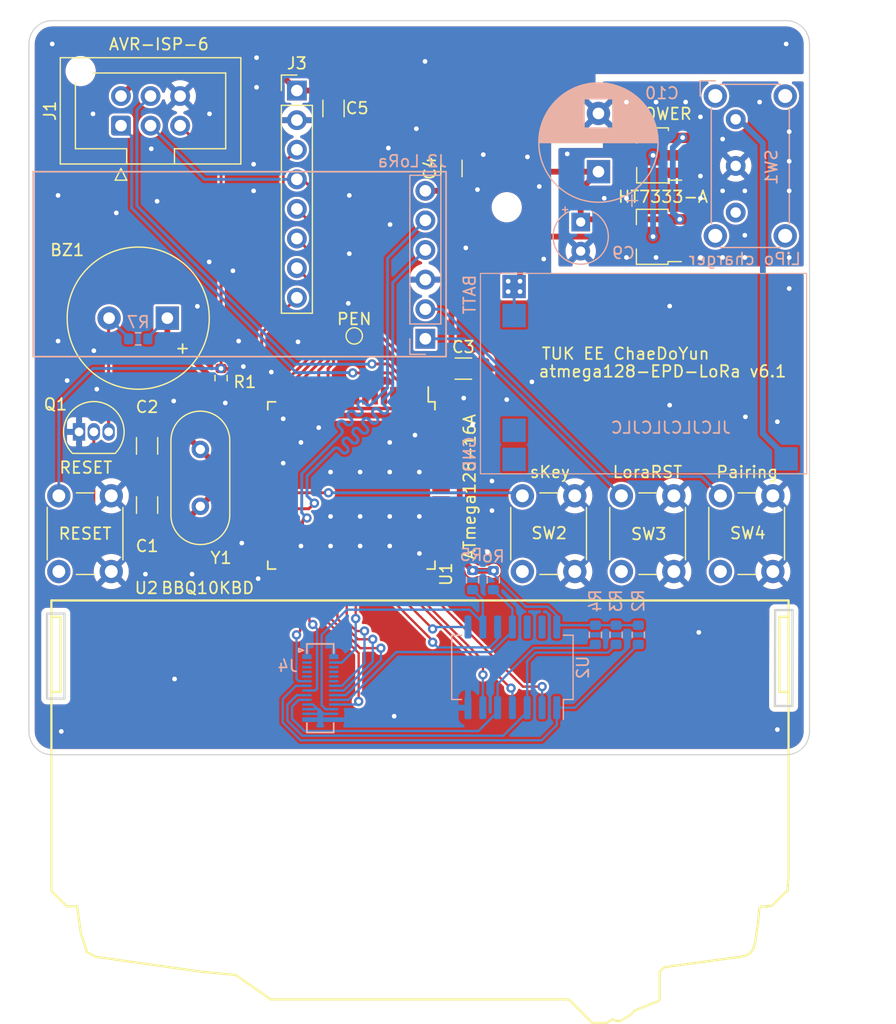
<source format=kicad_pcb>
(kicad_pcb (version 20221018) (generator pcbnew)
  (title_block (title "atmega128-EPD-LoRa") (date "2022-07-15") (rev "4.1") (company "TUK EE") (comment 1 "CHAE DOYUN"))
  (layers (0 "F.Cu" mixed) (31 "B.Cu" mixed) (34 "B.Paste" user) (35 "F.Paste" user) (36 "B.SilkS" user "B.Silkscreen") (37 "F.SilkS" user "F.Silkscreen") (38 "B.Mask" user) (39 "F.Mask" user) (44 "Edge.Cuts" user))
  (net 0 "")
  (net 1 "+3V3")
  (net 2 "GND")
  (net 3 "unconnected-(U1-Pad1)")
  (net 10 "Net-(BZ1-Pad2)")
  (net 13 "/SCK")
  (net 29 "/BUSY")
  (net 30 "/RES")
  (net 31 "/D{slash}C")
  (net 32 "/CS")
  (net 33 "-BATT")
  (net 38 "/SDI")
  (net 39 "/RST")
  (net 40 "/TXD0")
  (net 41 "/RXD0")
  (net 44 "/TXD1")
  (net 45 "/RXD1")
  (net 47 "/LoraRST")
  (net 48 "/PIO6")
  (net 55 "/ROW1")
  (net 56 "/COL1")
  (net 57 "/ROW2")
  (net 58 "/COL2")
  (net 59 "/COL3")
  (net 60 "/COL4")
  (net 61 "/ROW3")
  (net 62 "/COL5")
  (net 63 "/ROW4")
  (net 64 "/ROW5")
  (net 65 "/ROW6")
  (net 66 "/ROW7")
  (net 67 "/X1")
  (net 68 "/X2")
  (net 69 "/BUZZ")
  (net 70 "/sKEY")
  (net 71 "GND1")
  (net 72 "/KCOL5")
  (net 73 "/KCOL4")
  (net 74 "/KCOL3")
  (net 75 "/KCOL2")
  (net 76 "/KCOL1")
  (footprint "Capacitor_SMD:C_1206_3216Metric_Pad1.33x1.80mm_HandSolder" (layer "F.Cu") (at 147.29 69.8625)
    (fp_text reference "C3")
    (fp_text value "C_1206_3216Metric_Pad1.33x1.80mm_HandSolder" hide)
  )
  (footprint "Connector_PinHeader_2.54mm:PinHeader_1x08_P2.54mm_Vertical" (layer "F.Cu") (at 133 46)
    (fp_text reference "J3")
    (fp_text value "ePaper")
  )
  (footprint "Package_QFP:TQFP-64_14x14mm_P0.8mm" (layer "F.Cu") (at 137.6775 79.8885 -90)
    (fp_text reference "U1")
    (fp_text value "ATmega128-16A")
  )
  (footprint "Crystal:Crystal_HC49-4H_Vertical" (layer "F.Cu") (at 124.714 76.798 -90)
    (fp_text reference "Y1")
    (fp_text value "Crystal" hide)
  )
  (footprint "Button_Switch_THT:SW_PUSH_6mm_H4.3mm" (layer "F.Cu") (at 156.8575 80.7775 -90)
    (fp_text reference "SW2")
    (fp_text value "SW_Push" hide)
  )
  (footprint "Audio_Module:Reverb_BTDR-1A" (layer "F.Cu") (at 143.54 106.82)
    (fp_text reference "U2")
    (fp_text value "BBQ10KBD")
    (fp_line (start -31.98798 -15.936106) (end -31.98798 -8.636106) (stroke (width 0.2)) (layer "Edge.Cuts"))
    (fp_line (start -31.98798 -8.636106) (end -30.48798 -8.636106) (stroke (width 0.2)) (layer "Edge.Cuts"))
    (fp_line (start -30.48798 -15.936106) (end -31.98798 -15.936106) (stroke (width 0.2)) (layer "Edge.Cuts"))
    (fp_line (start -30.48798 -8.636106) (end -30.48798 -15.936106) (stroke (width 0.2)) (layer "Edge.Cuts"))
    (fp_line (start 30.492 -8.001) (end 31.992 -8.001) (stroke (width 0.2)) (layer "Edge.Cuts"))
    (fp_line (start 30.51202 -16.236106) (end 30.492 -8.001) (stroke (width 0.2)) (layer "Edge.Cuts"))
    (fp_line (start 31.992 -8.001) (end 32.01202 -16.236106) (stroke (width 0.2)) (layer "Edge.Cuts"))
    (fp_line (start 32.01202 -16.236106) (end 30.51202 -16.236106) (stroke (width 0.2)) (layer "Edge.Cuts"))
  )
  (footprint "Resistor_SMD:R_0603_1608Metric" (layer "F.Cu") (at 126.492 70.675 90)
    (fp_text reference "R1")
    (fp_text value "R10k" hide)
  )
  (footprint "MountingHole:MountingHole_2.1mm" (layer "F.Cu") (at 151.0125 56.0125)
    (fp_text reference "REF**" hide)
    (fp_text value "MountingHole_2.1mm" hide)
  )
  (footprint "Buzzer_Beeper:Buzzer_12x9.5RM7.6" (layer "F.Cu") (at 123.18 65.532 180)
    (fp_text reference "BZ1")
    (fp_text value "Buzzer" hide)
  )
  (footprint "Button_Switch_THT:SW_PUSH_6mm_H4.3mm" (layer "F.Cu") (at 165.3575 80.7775 -90)
    (fp_text reference "SW3")
    (fp_text value "SW_Push" hide)
  )
  (footprint "Package_TO_SOT_SMD:SOT-89-3_Handsoldering" (layer "F.Cu") (at 163.7995 58.5525 180)
    (fp_text reference "L1" hide)
    (fp_text value "HT7333-A")
  )
  (footprint "MountingHole:MountingHole_2.1mm" (layer "F.Cu") (at 114.4365 44.3285)
    (fp_text reference "REF**" hide)
    (fp_text value "MountingHole_2.1mm" hide)
  )
  (footprint "TestPoint:TestPoint_Pad_D1.0mm" (layer "F.Cu") (at 137.922 67.056)
    (fp_text reference "PEN")
    (fp_text value "TestPoint_Pad_D1.0mm" hide)
  )
  (footprint "Button_Switch_THT:SW_PUSH_6mm_H4.3mm" (layer "F.Cu") (at 117.0675 80.7775 -90)
    (fp_text reference "SW1" hide)
    (fp_text value "SW_Push" hide)
  )
  (footprint "Package_TO_SOT_THT:TO-92_Inline" (layer "F.Cu") (at 114.3 75.29)
    (fp_text reference "Q1")
    (fp_text value "PN2222A" hide)
  )
  (footprint "Capacitor_SMD:C_1206_3216Metric_Pad1.33x1.80mm_HandSolder" (layer "F.Cu") (at 136.144 47.5365 -90)
    (fp_text reference "C5")
    (fp_text value "C_1206_3216Metric_Pad1.33x1.80mm_HandSolder" hide)
  )
  (footprint "Package_TO_SOT_SMD:SOT-89-3_Handsoldering" (layer "F.Cu") (at 163.83 51.562 180)
    (fp_text reference "L1" hide)
    (fp_text value "HT7333-A" hide)
  )
  (footprint "Button_Switch_THT:SW_PUSH_6mm_H4.3mm" (layer "F.Cu") (at 173.8575 80.7775 -90)
    (fp_text reference "SW4")
    (fp_text value "SW_Push" hide)
  )
  (footprint "Capacitor_SMD:C_1206_3216Metric_Pad1.33x1.80mm_HandSolder" (layer "F.Cu") (at 146.2675 52.685 90)
    (fp_text reference "C4")
    (fp_text value "C_1206_3216Metric_Pad1.33x1.80mm_HandSolder" hide)
  )
  (footprint "Connector_IDC:IDC-Header_2x03_P2.54mm_Vertical" (layer "F.Cu") (at 117.9 49.0125 90)
    (fp_text reference "J1")
    (fp_text value "AVR-ISP-6")
  )
  (footprint "Capacitor_SMD:C_1206_3216Metric_Pad1.33x1.80mm_HandSolder" (layer "F.Cu") (at 120.142 76.4925 -90)
    (fp_text reference "C2")
    (fp_text value "C22pF" hide)
  )
  (footprint "Capacitor_SMD:C_1206_3216Metric_Pad1.33x1.80mm_HandSolder" (layer "F.Cu") (at 120.142 81.5725 -90)
    (fp_text reference "C1")
    (fp_text value "C22pF" hide)
  )
  (footprint "" (layer "B.Cu") (at 151.6475 62.8125 180)
    (fp_text reference "")
    (fp_text value "")
  )
  (footprint "Connector_PinHeader_2.54mm:PinHeader_1x06_P2.54mm_Vertical" (layer "B.Cu") (at 144.0275 67.3025)
    (fp_text reference "J2")
    (fp_text value "Conn_01x06_Male" hide)
  )
  (footprint "Resistor_SMD:R_0603_1608Metric" (layer "B.Cu") (at 162.306 92.71 -90)
    (fp_text reference "R2")
    (fp_text value "R")
  )
  (footprint "" (layer "B.Cu") (at 151.6475 75.1525)
    (fp_text reference "")
    (fp_text value "")
  )
  (footprint "Capacitor_THT:CP_Radial_Tantal_D4.5mm_P2.50mm" (layer "B.Cu") (at 157.3625 57.2825 -90)
    (fp_text reference "C9")
    (fp_text value "CP_Radial_Tantal_D4.5mm_P2.50mm" hide)
  )
  (footprint "" (layer "B.Cu") (at 151.6475 65.3125)
    (fp_text reference "")
    (fp_text value "")
  )
  (footprint "Resistor_SMD:R_0603_1608Metric" (layer "B.Cu") (at 148.082 88.011 -90)
    (fp_text reference "R5")
    (fp_text value "R" hide)
  )
  (footprint "Resistor_SMD:R_0603_1608Metric" (layer "B.Cu") (at 160.401 92.71 -90)
    (fp_text reference "R3")
    (fp_text value "R")
  )
  (footprint "" (layer "B.Cu") (at 175 77.6025)
    (fp_text reference "")
    (fp_text value "")
  )
  (footprint "Resistor_SMD:R_0603_1608Metric" (layer "B.Cu") (at 158.623 92.71 -90)
    (fp_text reference "R4")
    (fp_text value "R")
  )
  (footprint "Resistor_SMD:R_0603_1608Metric" (layer "B.Cu") (at 119.38 67.31 180)
    (fp_text reference "R7")
    (fp_text value "R")
  )
  (footprint "" (layer "B.Cu") (at 151.6475 77.6525)
    (fp_text reference "")
    (fp_text value "")
  )
  (footprint "Capacitor_THT:CP_Radial_D10.0mm_P5.00mm" (layer "B.Cu") (at 158.8865 52.9645 90)
    (fp_text reference "C10")
    (fp_text value "CP_Radial_D10.0mm_P5.00mm" hide)
  )
  (footprint "Resistor_SMD:R_0603_1608Metric" (layer "B.Cu") (at 149.86 88.011 -90)
    (fp_text reference "R6")
    (fp_text value "R")
  )
  (footprint "" (layer "B.Cu") (at 151.6475 62.8125)
    (fp_text reference "")
    (fp_text value "")
  )
  (footprint "Button_Switch_THT:SW_E-Switch_EG1224_SPDT_Angled" (layer "B.Cu") (at 170.6675 48.4675 -90)
    (fp_text reference "POWER")
    (fp_text value "SW_E-Switch_EG1224_SPDT_Angled" hide)
  )
  (footprint "Connector_Hirose:Hirose_BM14-24DS-2DSA_2x14_P2.00mm_Vertical" (layer "B.Cu") (at 135.0105 97.2875 -90)
    (fp_text reference "J4")
    (fp_text value "Conn_02x14_Counter_Clockwise" hide)
  )
  (footprint "Package_SO:SO-14_5.3x10.2mm_P1.27mm" (layer "B.Cu") (at 151.5 95.5 90)
    (fp_text reference "U2")
    (fp_text value "74HC14")
  )
  (gr_rect (start 110.3695 52.9645) (end 145.8055 68.8345) (stroke (width 0.15)) (fill none) (layer "B.SilkS"))
  (gr_rect (start 148.7575 61.6925) (end 176.7575 78.8925) (stroke (width 0.1)) (fill none) (layer "B.SilkS"))
  (gr_line (start 177 101) (end 177 42) (stroke (width 0.1)) (layer "Edge.Cuts"))
  (gr_arc (start 175 40) (mid 176.414214 40.585786) (end 177 42) (stroke (width 0.1)) (layer "Edge.Cuts"))
  (gr_line (start 112 103) (end 175 103) (stroke (width 0.1)) (layer "Edge.Cuts"))
  (gr_arc (start 110 42) (mid 110.585786 40.585786) (end 112 40) (stroke (width 0.1)) (layer "Edge.Cuts"))
  (gr_line (start 175 40) (end 112 40) (stroke (width 0.1)) (layer "Edge.Cuts"))
  (gr_arc (start 112 103) (mid 110.585786 102.414214) (end 110 101) (stroke (width 0.1)) (layer "Edge.Cuts"))
  (gr_arc (start 177 101) (mid 176.414214 102.414214) (end 175 103) (stroke (width 0.1)) (layer "Edge.Cuts"))
  (gr_line (start 110 42) (end 110 101) (stroke (width 0.1)) (layer "Edge.Cuts"))
  (gr_text "BATT\n" (at 147.828 63.5 90) (layer "B.SilkS") (effects (font (size 1 1)) (justify mirror)))
  (gr_text "JLCJLCJLCJLC" (at 165.1 74.93) (layer "B.SilkS") (effects (font (size 1 1)) (justify mirror)))
  (gr_text "LiPo charger\n" (at 171.45 60.452) (layer "B.SilkS") (effects (font (size 1 1)) (justify mirror)))
  (gr_text "GND\n" (at 147.828 77.216 90) (layer "B.SilkS") (effects (font (size 1 1)) (justify mirror)))
  (gr_text "Pairing" (at 168.91 78.74) (layer "F.SilkS") (effects (font (size 1 1)) (justify left)))
  (gr_text "LoraRST\n" (at 160.02 78.74) (layer "F.SilkS") (effects (font (size 1 1)) (justify left)))
  (gr_text "TUK EE ChaeDoYun\n" (at 153.924 68.58) (layer "F.SilkS") (effects (font (size 1 1)) (justify left)))
  (gr_text "atmega128-EPD-LoRa v6.1\n" (at 153.67 70.104) (layer "F.SilkS") (effects (font (size 1 1)) (justify left)))
  (gr_text "sKey\n" (at 152.908 78.74) (layer "F.SilkS") (effects (font (size 1 1)) (justify left)))
  (gr_text "RESET\n" (at 112.522 78.36) (layer "F.SilkS") (effects (font (size 1 1)) (justify left)))
  (segment (start 130.868891 77.0885) (end 129.9775 77.0885) (width 0.5) (layer "F.Cu") (net 1))
  (segment (start 144.0275 54.6025) (end 145.9125 54.6025) (width 0.5) (layer "F.Cu") (net 1))
  (segment (start 148.1135 87.2175) (end 149.8915 87.2175) (width 0.5) (layer "F.Cu") (net 1))
  (segment (start 146.978489 82.716489) (end 146.978489 86.082489) (width 0.5) (layer "F.Cu") (net 1))
  (segment (start 146.6275 83.4885) (end 146.978489 83.137511) (width 0.5) (layer "F.Cu") (net 1))
  (segment (start 147.669 86.773) (end 148.082 87.186) (width 0.5) (layer "F.Cu") (net 1))
  (segment (start 146.2675 54.2475) (end 146.2675 69.3225) (width 0.5) (layer "F.Cu") (net 1))
  (segment (start 157.3625 54.4885) (end 158.8865 52.9645) (width 0.5) (layer "F.Cu") (net 1))
  (segment (start 145.3775 73.8885) (end 134.068892 73.8885) (width 0.5) (layer "F.Cu") (net 1))
  (segment (start 121.88 66.888) (end 121.88 65.532) (width 0.5) (layer "F.Cu") (net 1))
  (segment (start 145.3775 83.4885) (end 146.6275 83.4885) (width 0.5) (layer "F.Cu") (net 1))
  (segment (start 138.02 46) (end 146.2675 54.2475) (width 0.5) (layer "F.Cu") (net 1))
  (segment (start 157.5925 57.0525) (end 157.3625 57.2825) (width 0.5) (layer "F.Cu") (net 1))
  (segment (start 133 46) (end 131.45 44.45) (width 0.5) (layer "F.Cu") (net 1))
  (segment (start 158.8865 52.9645) (end 147.5505 52.9645) (width 0.5) (layer "F.Cu") (net 1))
  (segment (start 126.746391 71.5) (end 126.492 71.5) (width 0.5) (layer "F.Cu") (net 1))
  (segment (start 145.9125 54.6025) (end 146.2675 54.2475) (width 0.5) (layer "F.Cu") (net 1))
  (segment (start 146.6275 73.8885) (end 145.3775 73.8885) (width 0.5) (layer "F.Cu") (net 1))
  (segment (start 147.669 86.773) (end 148.1135 87.2175) (width 0.5) (layer "F.Cu") (net 1))
  (segment (start 146.2675 69.3225) (end 145.3775 70.2125) (width 0.5) (layer "F.Cu") (net 1))
  (segment (start 146.978489 74.239489) (end 146.6275 73.8885) (width 0.5) (layer "F.Cu") (net 1))
  (segment (start 145.3775 70.2125) (end 145.3775 73.8885) (width 0.5) (layer "F.Cu") (net 1))
  (segment (start 126.492 71.5) (end 121.88 66.888) (width 0.5) (layer "F.Cu") (net 1))
  (segment (start 146.978489 82.716489) (end 146.978489 74.239489) (width 0.5) (layer "F.Cu") (net 1))
  (segment (start 127.762 76.123) (end 127.762 72.515609) (width 0.5) (layer "F.Cu") (net 1))
  (segment (start 146.978489 86.082489) (end 147.669 86.773) (width 0.5) (layer "F.Cu") (net 1))
  (segment (start 127.762 72.515609) (end 126.746391 71.5) (width 0.5) (layer "F.Cu") (net 1))
  (segment (start 129.9775 77.0885) (end 128.7275 77.0885) (width 0.5) (layer "F.Cu") (net 1))
  (segment (start 133 46) (end 138.02 46) (width 0.5) (layer "F.Cu") (net 1))
  (segment (start 157.3625 57.2825) (end 157.3625 54.4885) (width 0.5) (layer "F.Cu") (net 1))
  (segment (start 146.978489 83.137511) (end 146.978489 82.716489) (width 0.5) (layer "F.Cu") (net 1))
  (segment (start 145.7275 69.8625) (end 145.3775 70.2125) (width 0.5) (layer "F.Cu") (net 1))
  (segment (start 128.7275 77.0885) (end 127.762 76.123) (width 0.5) (layer "F.Cu") (net 1))
  (segment (start 131.45 44.45) (end 119.9225 44.45) (width 0.5) (layer "F.Cu") (net 1))
  (segment (start 134.068892 73.8885) (end 130.868891 77.0885) (width 0.5) (layer "F.Cu") (net 1))
  (segment (start 165.8625 57.0525) (end 157.5925 57.0525) (width 0.5) (layer "F.Cu") (net 1))
  (segment (start 147.5505 52.9645) (end 146.2675 54.2475) (width 0.5) (layer "F.Cu") (net 1))
  (segment (start 119.9225 44.45) (end 117.9 46.4725) (width 0.5) (layer "F.Cu") (net 1))
  (via (at 149.8915 87.2175) (size 0.8) (drill 0.4) (layers "F.Cu" "B.Cu") (net 1))
  (via (at 166.116 50.038) (size 0.8) (drill 0.4) (layers "F.Cu" "B.Cu") (net 1))
  (via (at 148.082 87.186) (size 0.8) (drill 0.4) (layers "F.Cu" "B.Cu") (net 1))
  (via (at 165.8625 57.0525) (size 0.8) (drill 0.4) (layers "F.Cu" "B.Cu") (net 1))
  (segment (start 120.205 67.207) (end 121.88 65.532) (width 0.25) (layer "B.Cu") (net 1))
  (segment (start 154.559 90.297) (end 152.654 90.297) (width 0.2) (layer "B.Cu") (net 1))
  (segment (start 149.8915 87.5345) (end 149.8915 87.2175) (width 0.2) (layer "B.Cu") (net 1))
  (segment (start 165.266489 56.456489) (end 165.8625 57.0525) (width 0.5) (layer "B.Cu") (net 1))
  (segment (start 155.31 91.048) (end 154.559 90.297) (width 0.2) (layer "B.Cu") (net 1))
  (segment (start 155.31 92.0375) (end 155.31 91.048) (width 0.2) (layer "B.Cu") (net 1))
  (segment (start 162.306 91.885) (end 155.4625 91.885) (width 0.2) (layer "B.Cu") (net 1))
  (segment (start 152.654 90.297) (end 149.8915 87.5345) (width 0.2) (layer "B.Cu") (net 1))
  (segment (start 120.205 67.31) (end 120.205 67.207) (width 0.25) (layer "B.Cu") (net 1))
  (segment (start 155.4625 91.885) (end 155.31 92.0375) (width 0.2) (layer "B.Cu") (net 1))
  (segment (start 148.082 87.186) (end 149.86 87.186) (width 0.2) (layer "B.Cu") (net 1))
  (segment (start 149.8915 87.2175) (end 149.86 87.186) (width 0.2) (layer "B.Cu") (net 1))
  (segment (start 165.266489 50.887511) (end 165.266489 56.456489) (width 0.5) (layer "B.Cu") (net 1))
  (segment (start 166.116 50.038) (end 165.266489 50.887511) (width 0.5) (layer "B.Cu") (net 1))
  (segment (start 157.3625 59.7825) (end 157.6325 60.0525) (width 0.5) (layer "F.Cu") (net 2))
  (via (at 149.352 85.598) (size 0.8) (drill 0.4) (layers "F.Cu" "B.Cu") (net 2))
  (via (at 143.5195 85.7305) (size 0.8) (drill 0.4) (layers "F.Cu" "B.Cu") (net 2))
  (via (at 149.7425 82.0475) (size 0.8) (drill 0.4) (layers "F.Cu" "B.Cu") (net 2))
  (via (at 140.97 78.74) (size 0.8) (drill 0.4) (layers "F.Cu" "B.Cu") (net 2))
  (via (at 165 73) (size 0.8) (drill 0.4) (layers "F.Cu" "B.Cu") (net 2))
  (via (at 140.97 85.09) (size 0.8) (drill 0.4) (layers "F.Cu" "B.Cu") (net 2))
  (via (at 148.5 54.5) (size 0.8) (drill 0.4) (layers "F.Cu" "B.Cu") (net 2))
  (via (at 130.805 70.16) (size 0.8) (drill 0.4) (layers "F.Cu" "B.Cu") (net 2))
  (via (at 133.35 76.2) (size 0.8) (drill 0.4) (layers "F.Cu" "B.Cu") (net 2))
  (via (at 171.5 74) (size 0.8) (drill 0.4) (layers "F.Cu" "B.Cu") (net 2))
  (via (at 129.286 54.61) (size 0.8) (drill 0.4) (layers "F.Cu" "B.Cu") (net 2))
  (via (at 138.43 82.55) (size 0.8) (drill 0.4) (layers "F.Cu" "B.Cu") (net 2))
  (via (at 172.72 46.99) (size 0.8) (drill 0.4) (layers "F.Cu" "B.Cu") (net 2))
  (via (at 143.1385 75.5705) (size 0.8) (drill 0.4) (layers "F.Cu" "B.Cu") (net 2))
  (via (at 129.54 43.18) (size 0.8) (drill 0.4) (layers "F.Cu" "B.Cu") (net 2))
  (via (at 159.385 55.245) (size 0.8) (drill 0.4) (layers "F.Cu" "B.Cu") (net 2))
  (via (at 152.7905 51.6945) (size 0.8) (drill 0.4) (layers "F.Cu" "B.Cu") (net 2))
  (via (at 112.5 55) (size 0.8) (drill 0.4) (layers "F.Cu" "B.Cu") (net 2))
  (via (at 115.57 68.326) (size 0.8) (drill 0.4) (layers "F.Cu" "B.Cu") (net 2))
  (via (at 148.082 74.676) (size 0.8) (drill 0.4) (layers "F.Cu" "B.Cu") (net 2))
  (via (at 125.5 48) (size 0.8) (drill 0.4) (layers "F.Cu" "B.Cu") (net 2))
  (via (at 137.414 64.262) (size 0.8) (drill 0.4) (layers "F.Cu" "B.Cu") (net 2))
  (via (at 115.5 48) (size 0.8) (drill 0.4) (layers "F.Cu" "B.Cu") (net 2))
  (via (at 169.545 54.61) (size 0.8) (drill 0.4) (layers "F.Cu" "B.Cu") (net 2))
  (via (at 125.476 60.706) (size 0.8) (drill 0.4) (layers "F.Cu" "B.Cu") (net 2))
  (via (at 128 67.5) (size 0.8) (drill 0.4) (layers "F.Cu" "B.Cu") (net 2))
  (via (at 147.32 72.39) (size 0.8) (drill 0.4) (layers "F.Cu" "B.Cu") (net 2))
  (via (at 163.83 60.325) (size 0.8) (drill 0.4) (layers "F.Cu" "B.Cu") (net 2))
  (via (at 167.64 60.325) (size 0.8) (drill 0.4) (layers "F.Cu" "B.Cu") (net 2))
  (via (at 171.45 58.42) (size 0.8) (drill 0.4) (layers "F.Cu" "B.Cu") (net 2))
  (via (at 117.5 56.5) (size 0.8) (drill 0.4) (layers "F.Cu" "B.Cu") (net 2))
  (via (at 131.826 77.978) (size 0.8) (drill 0.4) (layers "F.Cu" "B.Cu") (net 2))
  (via (at 138.43 85.09) (size 0.8) (drill 0.4) (layers "F.Cu" "B.Cu") (net 2))
  (via (at 161.29 55.245) (size 0.8) (drill 0.4) (layers "F.Cu" "B.Cu") (net 2))
  (via (at 129.6765 87.8895) (size 0.8) (drill 0.4) (layers "F.Cu" "B.Cu") (net 2))
  (via (at 175.26 49.53) (size 0.8) (drill 0.4) (layers "F.Cu" "B.Cu") (net 2))
  (via (at 154.1875 60.4575) (size 0.8) (drill 0.4) (layers "F.Cu" "B.Cu") (net 2))
  (via (at 137.5 60) (size 0.8) (drill 0.4) (layers "F.Cu" "B.Cu") (net 2))
  (via (at 151.0125 72.5225) (size 0.8) (drill 0.4) (layers "F.Cu" "B.Cu") (net 2))
  (via (at 122.428 72.644) (size 0.8) (drill 0.4) (layers "F.Cu" "B.Cu") (net 2))
  (via (at 112.776 101) (size 0.8) (drill 0.4) (layers "F.Cu" "B.Cu") (net 2))
  (via (at 166.37 46.99) (size 0.8) (drill 0.4) (layers "F.Cu" "B.Cu") (net 2))
  (via (at 140.97 76.2) (size 0.8) (drill 0.4) (layers "F.Cu" "B.Cu") (net 2))
  (via (at 140.8525 50.9325) (size 0.8) (drill 0.4) (layers "F.Cu" "B.Cu") (net 2))
  (via (at 147.5 59.5) (size 0.8) (drill 0.4) (layers "F.Cu" "B.Cu") (net 2))
  (via (at 153.8065 54.2345) (size 0.8) (drill 0.4) (layers "F.Cu" "B.Cu") (net 2))
  (via (at 128.27 84.836) (size 0.8) (drill 0.4) (layers "F.Cu" "B.Cu") (net 2))
  (via (at 161.29 60.325) (size 0.8) (drill 0.4) (layers "F.Cu" "B.Cu") (net 2))
  (via (at 167.5 92.5) (size 0.8) (drill 0.4) (layers "F.Cu" "B.Cu") (net 2))
  (via (at 149 51.5) (size 0.8) (drill 0.4) (layers "F.Cu" "B.Cu") (net 2))
  (via (at 129.286 52.324) (size 0.8) (drill 0.4) (layers "F.Cu" "B.Cu") (net 2))
  (via (at 165 64.5) (size 0.8) (drill 0.4) (layers "F.Cu" "B.Cu") (net 2))
  (via (at 124 87.5) (size 0.8) (drill 0.4) (layers "F.Cu" "B.Cu") (net 2))
  (via (at 126.855 72.81) (size 0.8) (drill 0.4) (layers "F.Cu" "B.Cu") (net 2))
  (via (at 161.29 46.99) (size 0.8) (drill 0.4) (layers "F.Cu" "B.Cu") (net 2))
  (via (at 137.5 55) (size 0.8) (drill 0.4) (layers "F.Cu" "B.Cu") (net 2))
  (via (at 121 55.5) (size 0.8) (drill 0.4) (layers "F.Cu" "B.Cu") (net 2))
  (via (at 175.26 52.07) (size 0.8) (drill 0.4) (layers "F.Cu" "B.Cu") (net 2))
  (via (at 112.5 67.5) (size 0.8) (drill 0.4) (layers "F.Cu" "B.Cu") (net 2))
  (via (at 134.874 74.93) (size 0.8) (drill 0.4) (layers "F.Cu" "B.Cu") (net 2))
  (via (at 169.545 60.325) (size 0.8) (drill 0.4) (layers "F.Cu" "B.Cu") (net 2))
  (via (at 113.28 70.885) (size 0.8) (drill 0.4) (layers "F.Cu" "B.Cu") (net 2))
  (via (at 120.5 51) (size 0.8) (drill 0.4) (layers "F.Cu" "B.Cu") (net 2))
  (via (at 127.508 61.468) (size 0.8) (drill 0.4) (layers "F.Cu" "B.Cu") (net 2))
  (via (at 149.7425 79.5075) (size 0.8) (drill 0.4) (layers "F.Cu" "B.Cu") (net 2))
  (via (at 167.64 48.26) (size 0.8) (drill 0.4) (layers "F.Cu" "B.Cu") (net 2))
  (via (at 175.26 60.325) (size 0.8) (drill 0.4) (layers "F.Cu" "B.Cu") (net 2))
  (via (at 129.54 45.72) (size 0.8) (drill 0.4) (layers "F.Cu" "B.Cu") (net 2))
  (via (at 135.89 85.09) (size 0.8) (drill 0.4) (layers "F.Cu" "B.Cu") (net 2))
  (via (at 169.545 50.165) (size 0.8) (drill 0.4) (layers "F.Cu" "B.Cu") (net 2))
  (via (at 143.256 49.276) (size 0.8) (drill 0.4) (layers "F.Cu" "B.Cu") (net 2))
  (via (at 174.244 74.422) (size 0.8) (drill 0.4) (layers "F.Cu" "B.Cu") (net 2))
  (via (at 133.35 85.09) (size 0.8) (drill 0.4) (layers "F.Cu" "B.Cu") (net 2))
  (via (at 140.97 82.55) (size 0.8) (drill 0.4) (layers "F.Cu" "B.Cu") (net 2))
  (via (at 124.46 64.516) (size 0.8) (drill 0.4) (layers "F.Cu" "B.Cu") (net 2))
  (via (at 133.096 67.564) (size 0.8) (drill 0.4) (layers "F.Cu" "B.Cu") (net 2))
  (via (at 153.1715 70.9985) (size 0.8) (drill 0.4) (layers "F.Cu" "B.Cu") (net 2))
  (via (at 174.244 100.838) (size 0.8) (drill 0.4) (layers "F.Cu" "B.Cu") (net 2))
  (via (at 141.351 99.695) (size 0.8) (drill 0.4) (layers "F.Cu" "B.Cu") (net 2))
  (via (at 138.43 78.74) (size 0.8) (drill 0.4) (layers "F.Cu" "B.Cu") (net 2))
  (via (at 115.824 71.628) (size 0.8) (drill 0.4) (layers "F.Cu" "B.Cu") (net 2))
  (via (at 131.826 74.168) (size 0.8) (drill 0.4) (layers "F.Cu" "B.Cu") (net 2))
  (via (at 135.89 78.74) (size 0.8) (drill 0.4) (layers "F.Cu" "B.Cu") (net 2))
  (via (at 175.26 54.61) (size 0.8) (drill 0.4) (layers "F.Cu" "B.Cu") (net 2))
  (via (at 163.83 46.99) (size 0.8) (drill 0.4) (layers "F.Cu" "B.Cu") (net 2))
  (via (at 175.26 62.992) (size 0.8) (drill 0.4) (layers "F.Cu" "B.Cu") (net 2))
  (via (at 141 57.5) (size 0.8) (drill 0.4) (layers "F.Cu" "B.Cu") (net 2))
  (via (at 175 42) (size 0.8) (drill 0.4) (layers "F.Cu" "B.Cu") (net 2))
  (via (at 167.64 55.245) (size 0.8) (drill 0.4) (layers "F.Cu" "B.Cu") (net 2))
  (via (at 144 43.5) (size 0.8) (drill 0.4) (layers "F.Cu" "B.Cu") (net 2))
  (via (at 120 87.5) (size 0.8) (drill 0.4) (layers "F.Cu" "B.Cu") (net 2))
  (via (at 167.64 53.34) (size 0.8) (drill 0.4) (layers "F.Cu" "B.Cu") (net 2))
  (via (at 143.51 78.74) (size 0.8) (drill 0.4) (layers "F.Cu" "B.Cu") (net 2))
  (via (at 135.89 82.55) (size 0.8) (drill 0.4) (layers "F.Cu" "B.Cu") (net 2))
  (via (at 171.45 60.325) (size 0.8) (drill 0.4) (layers "F.Cu" "B.Cu") (net 2))
  (via (at 156.21 51.435) (size 0.8) (drill 0.4) (layers "F.Cu" "B.Cu") (net 2))
  (via (at 122.5 96.5) (size 0.8) (drill 0.4) (layers "F.Cu" "B.Cu") (net 2))
  (via (at 143.51 82.55) (size 0.8) (drill 0.4) (layers "F.Cu" "B.Cu") (net 2))
  (via (at 128.405 69.685) (size 0.8) (drill 0.4) (layers "F.Cu" "B.Cu") (net 2))
  (via (at 171.45 54.61) (size 0.8) (drill 0.4) (layers "F.Cu" "B.Cu") (net 2))
  (via (at 112 42) (size 0.8) (drill 0.4) (layers "F.Cu" "B.Cu") (net 2))
  (segment (start 134.7745 99.0875) (end 134.3745 98.6875) (width 0.2) (layer "B.Cu") (net 2))
  (segment (start 134.874 99.568) (end 134.874 99.187) (width 0.2) (layer "B.Cu") (net 2))
  (segment (start 134.3745 98.6875) (end 133.8605 98.6875) (width 0.2) (layer "B.Cu") (net 2))
  (segment (start 136.1605 99.4875) (end 134.9545 99.4875) (width 0.2) (layer "B.Cu") (net 2))
  (segment (start 170.049 53.086) (end 170.6675 52.4675) (width 0.5) (layer "B.Cu") (net 2))
  (segment (start 133.8605 99.4875) (end 134.7935 99.4875) (width 0.2) (layer "B.Cu") (net 2))
  (segment (start 134.874 99.187) (end 134.7745 99.0875) (width 0.2) (layer "B.Cu") (net 2))
  (segment (start 134.7935 99.4875) (end 134.874 99.568) (width 0.2) (layer "B.Cu") (net 2))
  (segment (start 133.8605 99.0875) (end 134.7745 99.0875) (width 0.2) (layer "B.Cu") (net 2))
  (segment (start 133.8605 99.9875) (end 136.1605 99.9875) (width 0.2) (layer "B.Cu") (net 2))
  (segment (start 134.9545 99.4875) (end 134.874 99.568) (width 0.2) (layer "B.Cu") (net 2))
  (segment (start 137.922 67.056) (end 140.208 67.056) (width 0.25) (layer "F.Cu") (net 3))
  (segment (start 140.208 67.056) (end 143.6775 70.5255) (width 0.25) (layer "F.Cu") (net 3))
  (segment (start 143.6775 70.5255) (end 143.6775 72.1885) (width 0.25) (layer "F.Cu") (net 3))
  (segment (start 116.84 65.572) (end 116.88 65.532) (width 0.25) (layer "F.Cu") (net 10))
  (segment (start 116.84 75.29) (end 116.84 65.572) (width 0.25) (layer "F.Cu") (net 10))
  (segment (start 118.555 67.207) (end 116.88 65.532) (width 0.25) (layer "B.Cu") (net 10))
  (segment (start 118.555 67.31) (end 118.555 67.207) (width 0.25) (layer "B.Cu") (net 10))
  (segment (start 135.6775 69.85735) (end 136.144 69.39085) (width 0.25) (layer "F.Cu") (net 13))
  (segment (start 136.144 56.260283) (end 133.503717 53.62) (width 0.25) (layer "F.Cu") (net 13))
  (segment (start 135.6775 72.1885) (end 135.6775 69.85735) (width 0.25) (layer "F.Cu") (net 13))
  (segment (start 133.503717 53.62) (end 133 53.62) (width 0.25) (layer "F.Cu") (net 13))
  (segment (start 136.144 69.39085) (end 136.144 56.260283) (width 0.25) (layer "F.Cu") (net 13))
  (segment (start 125.0475 53.62) (end 120.44 49.0125) (width 0.25) (layer "B.Cu") (net 13))
  (segment (start 133 53.62) (end 125.0475 53.62) (width 0.25) (layer "B.Cu") (net 13))
  (segment (start 129.9775 73.8885) (end 129.9775 66.8025) (width 0.25) (layer "F.Cu") (net 29))
  (segment (start 129.9775 66.8025) (end 133 63.78) (width 0.25) (layer "F.Cu") (net 29))
  (segment (start 131.6775 71.314478) (end 131.6775 72.1885) (width 0.25) (layer "F.Cu") (net 30))
  (segment (start 134.34592 68.646058) (end 131.6775 71.314478) (width 0.25) (layer "F.Cu") (net 30))
  (segment (start 133 61.24) (end 134.34592 62.58592) (width 0.25) (layer "F.Cu") (net 30))
  (segment (start 134.34592 62.58592) (end 134.34592 68.646058) (width 0.25) (layer "F.Cu") (net 30))
  (segment (start 134.79544 60.49544) (end 133 58.7) (width 0.25) (layer "F.Cu") (net 31))
  (segment (start 132.4775 72.1885) (end 132.4775 71.150196) (width 0.25) (layer "F.Cu") (net 31))
  (segment (start 134.79544 68.832256) (end 134.79544 60.49544) (width 0.25) (layer "F.Cu") (net 31))
  (segment (start 132.4775 71.150196) (end 134.79544 68.832256) (width 0.25) (layer "F.Cu") (net 31))
  (segment (start 135.24496 69.018454) (end 133.2775 70.985914) (width 0.25) (layer "F.Cu") (net 32))
  (segment (start 135.24496 58.40496) (end 135.24496 69.018454) (width 0.25) (layer "F.Cu") (net 32))
  (segment (start 133.2775 70.985914) (end 133.2775 72.1885) (width 0.25) (layer "F.Cu") (net 32))
  (segment (start 133 56.16) (end 135.24496 58.40496) (width 0.25) (layer "F.Cu") (net 32))
  (segment (start 165.755489 58.532989) (end 165.775 58.5525) (width 0.5) (layer "F.Cu") (net 33))
  (segment (start 163.576 58.532989) (end 153.572011 58.532989) (width 0.5) (layer "F.Cu") (net 33))
  (segment (start 153.572011 58.532989) (end 152.1555 59.9495) (width 0.5) (layer "F.Cu") (net 33))
  (segment (start 152.1555 59.9495) (end 152.1555 62.3625) (width 0.5) (layer "F.Cu") (net 33))
  (segment (start 163.576 58.532989) (end 165.755489 58.532989) (width 0.5) (layer "F.Cu") (net 33))
  (via (at 151.1395 62.3625) (size 0.8) (drill 0.4) (layers "F.Cu" "B.Cu") (net 33))
  (via (at 152.1555 63.2515) (size 0.8) (drill 0.4) (layers "F.Cu" "B.Cu") (net 33))
  (via (at 163.576 51.562) (size 0.8) (drill 0.4) (layers "F.Cu" "B.Cu") (net 33))
  (via (at 163.576 58.532989) (size 0.8) (drill 0.4) (layers "F.Cu" "B.Cu") (net 33))
  (via (at 152.1555 62.3625) (size 0.8) (drill 0.4) (layers "F.Cu" "B.Cu") (net 33))
  (via (at 151.1395 63.2515) (size 0.8) (drill 0.4) (layers "F.Cu" "B.Cu") (net 33))
  (segment (start 151.6475 64.9025) (end 151.6475 62.8125) (width 0.25) (layer "B.Cu") (net 33))
  (segment (start 163.576 58.532989) (end 163.576 51.562) (width 0.5) (layer "B.Cu") (net 33))
  (segment (start 151.6475 65.3125) (end 151.6475 64.9025) (width 0.25) (layer "B.Cu") (net 33))
  (segment (start 135.69448 56.44648) (end 134.233489 54.985489) (width 0.25) (layer "F.Cu") (net 38))
  (segment (start 131.825489 54.106499) (end 131.825489 52.254511) (width 0.25) (layer "F.Cu") (net 38))
  (segment (start 134.8775 72.1885) (end 134.8775 70.021632) (width 0.25) (layer "F.Cu") (net 38))
  (segment (start 134.233489 54.985489) (end 132.704479 54.985489) (width 0.25) (layer "F.Cu") (net 38))
  (segment (start 132.704479 54.985489) (end 131.825489 54.106499) (width 0.25) (layer "F.Cu") (net 38))
  (segment (start 134.8775 70.021632) (end 135.69448 69.204652) (width 0.25) (layer "F.Cu") (net 38))
  (segment (start 135.69448 69.204652) (end 135.69448 64.262) (width 0.25) (layer "F.Cu") (net 38))
  (segment (start 135.69448 64.712954) (end 135.69448 56.44648) (width 0.25) (layer "F.Cu") (net 38))
  (segment (start 131.825489 52.254511) (end 133 51.08) (width 0.25) (layer "F.Cu") (net 38))
  (segment (start 128.524 75.946) (end 128.524 71.374) (width 0.25) (layer "F.Cu") (net 39))
  (segment (start 127 69.85) (end 128.524 71.374) (width 0.25) (layer "F.Cu") (net 39))
  (segment (start 126.492 52.5245) (end 122.98 49.0125) (width 0.25) (layer "F.Cu") (net 39))
  (segment (start 128.8665 76.2885) (end 128.524 75.946) (width 0.25) (layer "F.Cu") (net 39))
  (segment (start 126.492 69.85) (end 127 69.85) (width 0.25) (layer "F.Cu") (net 39))
  (segment (start 126.492 69.85) (end 126.492 52.5245) (width 0.25) (layer "F.Cu") (net 39))
  (segment (start 129.9775 76.2885) (end 128.8665 76.2885) (width 0.25) (layer "F.Cu") (net 39))
  (via (at 126.492 69.85) (size 0.8) (drill 0.4) (layers "F.Cu" "B.Cu") (net 39))
  (segment (start 112.5675 72.777522) (end 112.5675 80.7775) (width 0.25) (layer "B.Cu") (net 39))
  (segment (start 115.495022 69.85) (end 112.5675 72.777522) (width 0.25) (layer "B.Cu") (net 39))
  (segment (start 126.492 69.85) (end 115.495022 69.85) (width 0.25) (layer "B.Cu") (net 39))
  (segment (start 140.994022 70.231) (end 142.0775 71.314478) (width 0.25) (layer "F.Cu") (net 40))
  (segment (start 142.0775 71.314478) (end 142.0775 72.1885) (width 0.25) (layer "F.Cu") (net 40))
  (segment (start 137.795 70.231) (end 140.994022 70.231) (width 0.25) (layer "F.Cu") (net 40))
  (via (at 137.795 70.231) (size 0.8) (drill 0.4) (layers "F.Cu" "B.Cu") (net 40))
  (segment (start 137.795 70.231) (end 137.772 70.208) (width 0.25) (layer "B.Cu") (net 40))
  (segment (start 137.772 70.208) (end 132.944566 70.208) (width 0.25) (layer "B.Cu") (net 40))
  (segment (start 132.944566 70.208) (end 118.815969 56.079403) (width 0.25) (layer "B.Cu") (net 40))
  (segment (start 118.815969 56.079403) (end 118.815969 49.928469) (width 0.25) (layer "B.Cu") (net 40))
  (segment (start 118.815969 49.928469) (end 117.9 49.0125) (width 0.25) (layer "B.Cu") (net 40))
  (segment (start 139.446 69.463161) (end 140.861901 69.463161) (width 0.25) (layer "F.Cu") (net 41))
  (segment (start 142.8775 71.47876) (end 142.8775 72.1885) (width 0.25) (layer "F.Cu") (net 41))
  (segment (start 140.861901 69.463161) (end 142.8775 71.47876) (width 0.25) (layer "F.Cu") (net 41))
  (via (at 139.446 69.463161) (size 0.8) (drill 0.4) (layers "F.Cu" "B.Cu") (net 41))
  (segment (start 119.265489 47.647011) (end 120.44 46.4725) (width 0.25) (layer "B.Cu") (net 41))
  (segment (start 132.855782 69.4835) (end 119.265489 55.893207) (width 0.25) (layer "B.Cu") (net 41))
  (segment (start 139.446 69.463161) (end 139.425661 69.4835) (width 0.25) (layer "B.Cu") (net 41))
  (segment (start 119.265489 55.893207) (end 119.265489 47.647011) (width 0.25) (layer "B.Cu") (net 41))
  (segment (start 139.425661 69.4835) (end 132.855782 69.4835) (width 0.25) (layer "B.Cu") (net 41))
  (segment (start 133.7915 82.6885) (end 133.8415 82.6885) (width 0.25) (layer "F.Cu") (net 44))
  (segment (start 129.9775 82.6885) (end 132.5915 82.6885) (width 0.25) (layer "F.Cu") (net 44))
  (segment (start 133.8415 82.6885) (end 133.8615 82.6885) (width 0.25) (layer "F.Cu") (net 44))
  (segment (start 132.8915 82.9885) (end 132.8915 83.199782) (width 0.25) (layer "F.Cu") (net 44))
  (segment (start 133.4915 83.199782) (end 133.4915 82.9885) (width 0.25) (layer "F.Cu") (net 44))
  (segment (start 133.8615 82.6885) (end 133.8675 82.6825) (width 0.25) (layer "F.Cu") (net 44))
  (via (at 133.8675 82.6825) (size 0.8) (drill 0.4) (layers "F.Cu" "B.Cu") (net 44))
  (arc (start 133.1915 83.499782) (mid 133.403632 83.411914) (end 133.4915 83.199782) (width 0.25) (layer "F.Cu") (net 44))
  (arc (start 132.8915 83.199782) (mid 132.979368 83.411914) (end 133.1915 83.499782) (width 0.25) (layer "F.Cu") (net 44))
  (arc (start 132.5915 82.6885) (mid 132.803632 82.776368) (end 132.8915 82.9885) (width 0.25) (layer "F.Cu") (net 44))
  (arc (start 133.4915 82.9885) (mid 133.579368 82.776368) (end 133.7915 82.6885) (width 0.25) (layer "F.Cu") (net 44))
  (segment (start 138.744243 72.732328) (end 138.744243 72.732329) (width 0.25) (layer "B.Cu") (net 44))
  (segment (start 138.095297 73.780442) (end 137.895713 73.580858) (width 0.25) (layer "B.Cu") (net 44))
  (segment (start 140.77798 71.52202) (end 139.368091 72.931912) (width 0.25) (layer "B.Cu") (net 44))
  (segment (start 133.41798 78.88202) (end 133.41798 82.23298) (width 0.25) (layer "B.Cu") (net 44))
  (segment (start 138.319977 73.156593) (end 138.51956 73.356176) (width 0.25) (layer "B.Cu") (net 44))
  (segment (start 138.943827 72.931912) (end 138.744243 72.732328) (width 0.25) (layer "B.Cu") (net 44))
  (segment (start 133.41798 82.23298) (end 133.8675 82.6825) (width 0.25) (layer "B.Cu") (net 44))
  (segment (start 137.895713 73.580858) (end 137.895713 73.580859) (width 0.25) (layer "B.Cu") (net 44))
  (segment (start 136.8225 75.4775) (end 133.41798 78.88202) (width 0.25) (layer "B.Cu") (net 44))
  (segment (start 137.67103 74.62897) (end 137.671031 74.628972) (width 0.25) (layer "B.Cu") (net 44))
  (segment (start 140.77798 60.39202) (end 140.77798 71.52202) (width 0.25) (layer "B.Cu") (net 44))
  (segment (start 136.622917 74.853653) (end 136.8225 75.053236) (width 0.25) (layer "B.Cu") (net 44))
  (segment (start 137.471447 74.005123) (end 137.67103 74.204706) (width 0.25) (layer "B.Cu") (net 44))
  (segment (start 138.51956 73.78044) (end 138.519561 73.780442) (width 0.25) (layer "B.Cu") (net 44))
  (segment (start 137.047183 74.429388) (end 137.047183 74.429389) (width 0.25) (layer "B.Cu") (net 44))
  (segment (start 144.0275 57.1425) (end 140.77798 60.39202) (width 0.25) (layer "B.Cu") (net 44))
  (segment (start 137.246767 74.628972) (end 137.047183 74.429388) (width 0.25) (layer "B.Cu") (net 44))
  (arc (start 137.895713 73.580859) (mid 137.683581 73.49299) (end 137.471447 73.580859) (width 0.25) (layer "B.Cu") (net 44))
  (arc (start 136.622917 74.429389) (mid 136.535049 74.641521) (end 136.622917 74.853653) (width 0.25) (layer "B.Cu") (net 44))
  (arc (start 137.671031 74.628972) (mid 137.458899 74.71684) (end 137.246767 74.628972) (width 0.25) (layer "B.Cu") (net 44))
  (arc (start 137.047183 74.429389) (mid 136.835051 74.34152) (end 136.622917 74.429389) (width 0.25) (layer "B.Cu") (net 44))
  (arc (start 136.8225 75.053236) (mid 136.910368 75.265368) (end 136.8225 75.4775) (width 0.25) (layer "B.Cu") (net 44))
  (arc (start 139.368091 72.931912) (mid 139.155959 73.01978) (end 138.943827 72.931912) (width 0.25) (layer "B.Cu") (net 44))
  (arc (start 138.744243 72.732329) (mid 138.532111 72.64446) (end 138.319977 72.732329) (width 0.25) (layer "B.Cu") (net 44))
  (arc (start 137.67103 74.204706) (mid 137.758898 74.416838) (end 137.67103 74.62897) (width 0.25) (layer "B.Cu") (net 44))
  (arc (start 138.319977 72.732329) (mid 138.232109 72.944461) (end 138.319977 73.156593) (width 0.25) (layer "B.Cu") (net 44))
  (arc (start 138.51956 73.356176) (mid 138.607428 73.568308) (end 138.51956 73.78044) (width 0.25) (layer "B.Cu") (net 44))
  (arc (start 137.471447 73.580859) (mid 137.383579 73.792991) (end 137.471447 74.005123) (width 0.25) (layer "B.Cu") (net 44))
  (arc (start 138.519561 73.780442) (mid 138.307429 73.86831) (end 138.095297 73.780442) (width 0.25) (layer "B.Cu") (net 44))
  (segment (start 131.5565 81.8885) (end 129.9775 81.8885) (width 0.25) (layer "F.Cu") (net 45))
  (segment (start 131.760058 81.8885) (end 131.5565 81.8885) (width 0.25) (layer "F.Cu") (net 45))
  (segment (start 134.0265 81.8885) (end 132.7565 81.8885) (width 0.25) (layer "F.Cu") (net 45))
  (segment (start 132.360058 81.492058) (end 132.1565 81.492058) (width 0.25) (layer "F.Cu") (net 45))
  (segment (start 134.5025 81.4125) (end 134.0265 81.8885) (width 0.25) (layer "F.Cu") (net 45))
  (via (at 134.5025 81.4125) (size 0.8) (drill 0.4) (layers "F.Cu" "B.Cu") (net 45))
  (arc (start 132.558279 81.690279) (mid 132.500221 81.550116) (end 132.360058 81.492058) (width 0.25) (layer "F.Cu") (net 45))
  (arc (start 132.1565 81.492058) (mid 132.016337 81.550116) (end 131.958279 81.690279) (width 0.25) (layer "F.Cu") (net 45))
  (arc (start 131.958279 81.690279) (mid 131.900221 81.830442) (end 131.760058 81.8885) (width 0.25) (layer "F.Cu") (net 45))
  (arc (start 132.7565 81.8885) (mid 132.616337 81.830442) (end 132.558279 81.690279) (width 0.25) (layer "F.Cu") (net 45))
  (segment (start 140.536569 72.399149) (end 141.2275 71.708218) (width 0.25) (layer "B.Cu") (net 45))
  (segment (start 140.430503 72.505214) (end 140.536569 72.399149) (width 0.25) (layer "B.Cu") (net 45))
  (segment (start 137.319229 76.606436) (end 137.036386 76.323593) (width 0.25) (layer "B.Cu") (net 45))
  (segment (start 137.036386 75.899329) (end 137.036387 75.89933) (width 0.25) (layer "B.Cu") (net 45))
  (segment (start 137.884915 75.0508) (end 137.884916 75.050801) (width 0.25) (layer "B.Cu") (net 45))
  (segment (start 140.713345 73.212319) (end 140.713345 73.21232) (width 0.25) (layer "B.Cu") (net 45))
  (segment (start 133.8675 80.7775) (end 133.8675 79.068218) (width 0.25) (layer "B.Cu") (net 45))
  (segment (start 140.713345 73.21232) (end 140.430502 72.929477) (width 0.25) (layer "B.Cu") (net 45))
  (segment (start 144.0275 59.6825) (end 141.2275 62.4825) (width 0.25) (layer "B.Cu") (net 45))
  (segment (start 139.864816 74.060849) (end 139.581973 73.778006) (width 0.25) (layer "B.Cu") (net 45))
  (segment (start 140.430502 72.505213) (end 140.430503 72.505214) (width 0.25) (layer "B.Cu") (net 45))
  (segment (start 139.864816 74.060848) (end 139.864816 74.060849) (width 0.25) (layer "B.Cu") (net 45))
  (segment (start 139.581974 73.353743) (end 139.581975 73.353743) (width 0.25) (layer "B.Cu") (net 45))
  (segment (start 137.036387 75.89933) (end 137.036388 75.89933) (width 0.25) (layer "B.Cu") (net 45))
  (segment (start 138.309181 75.050801) (end 138.592023 75.333643) (width 0.25) (layer "B.Cu") (net 45))
  (segment (start 140.006239 73.353743) (end 140.289081 73.636585) (width 0.25) (layer "B.Cu") (net 45))
  (segment (start 139.581973 73.353742) (end 139.581974 73.353743) (width 0.25) (layer "B.Cu") (net 45))
  (segment (start 133.8675 79.068218) (end 136.187859 76.747859) (width 0.25) (layer "B.Cu") (net 45))
  (segment (start 137.884916 75.050801) (end 137.884917 75.050801) (width 0.25) (layer "B.Cu") (net 45))
  (segment (start 137.460652 75.89933) (end 137.743494 76.182172) (width 0.25) (layer "B.Cu") (net 45))
  (segment (start 138.733445 74.202272) (end 138.733446 74.202272) (width 0.25) (layer "B.Cu") (net 45))
  (segment (start 137.319229 76.606435) (end 137.319229 76.606436) (width 0.25) (layer "B.Cu") (net 45))
  (segment (start 138.733444 74.202271) (end 138.733445 74.202272) (width 0.25) (layer "B.Cu") (net 45))
  (segment (start 141.2275 62.4825) (end 141.2275 63.8925) (width 0.25) (layer "B.Cu") (net 45))
  (segment (start 138.167758 75.757907) (end 137.884915 75.475064) (width 0.25) (layer "B.Cu") (net 45))
  (segment (start 138.167758 75.757906) (end 138.167758 75.757907) (width 0.25) (layer "B.Cu") (net 45))
  (segment (start 139.15771 74.202272) (end 139.440552 74.485114) (width 0.25) (layer "B.Cu") (net 45))
  (segment (start 136.612123 76.747859) (end 136.894965 77.030701) (width 0.25) (layer "B.Cu") (net 45))
  (segment (start 134.5025 81.4125) (end 133.8675 80.7775) (width 0.25) (layer "B.Cu") (net 45))
  (segment (start 139.016287 74.909377) (end 139.016287 74.909378) (width 0.25) (layer "B.Cu") (net 45))
  (segment (start 141.2275 71.708218) (end 141.2275 63.8925) (width 0.25) (layer "B.Cu") (net 45))
  (segment (start 139.016287 74.909378) (end 138.733444 74.626535) (width 0.25) (layer "B.Cu") (net 45))
  (arc (start 140.713345 73.636585) (mid 140.801213 73.424452) (end 140.713345 73.212319) (width 0.25) (layer "B.Cu") (net 45))
  (arc (start 139.581975 73.353743) (mid 139.794107 73.265875) (end 140.006239 73.353743) (width 0.25) (layer "B.Cu") (net 45))
  (arc (start 137.036388 75.89933) (mid 137.24852 75.811462) (end 137.460652 75.89933) (width 0.25) (layer "B.Cu") (net 45))
  (arc (start 137.319229 77.030701) (mid 137.407097 76.818568) (end 137.319229 76.606435) (width 0.25) (layer "B.Cu") (net 45))
  (arc (start 137.036386 76.323593) (mid 136.948518 76.111461) (end 137.036386 75.899329) (width 0.25) (layer "B.Cu") (net 45))
  (arc (start 137.884917 75.050801) (mid 138.097049 74.962933) (end 138.309181 75.050801) (width 0.25) (layer "B.Cu") (net 45))
  (arc (start 137.743494 76.182172) (mid 137.955626 76.27004) (end 138.167758 76.182172) (width 0.25) (layer "B.Cu") (net 45))
  (arc (start 136.187859 76.747859) (mid 136.399991 76.659991) (end 136.612123 76.747859) (width 0.25) (layer "B.Cu") (net 45))
  (arc (start 138.733446 74.202272) (mid 138.945578 74.114404) (end 139.15771 74.202272) (width 0.25) (layer "B.Cu") (net 45))
  (arc (start 137.884915 75.475064) (mid 137.797047 75.262932) (end 137.884915 75.0508) (width 0.25) (layer "B.Cu") (net 45))
  (arc (start 140.289081 73.636585) (mid 140.501213 73.724453) (end 140.713345 73.636585) (width 0.25) (layer "B.Cu") (net 45))
  (arc (start 140.430502 72.929477) (mid 140.342634 72.717345) (end 140.430502 72.505213) (width 0.25) (layer "B.Cu") (net 45))
  (arc (start 139.864816 74.485114) (mid 139.952684 74.272981) (end 139.864816 74.060848) (width 0.25) (layer "B.Cu") (net 45))
  (arc (start 139.581973 73.778006) (mid 139.494105 73.565874) (end 139.581973 73.353742) (width 0.25) (layer "B.Cu") (net 45))
  (arc (start 136.894965 77.030701) (mid 137.107097 77.118569) (end 137.319229 77.030701) (width 0.25) (layer "B.Cu") (net 45))
  (arc (start 139.440552 74.485114) (mid 139.652684 74.572982) (end 139.864816 74.485114) (width 0.25) (layer "B.Cu") (net 45))
  (arc (start 139.016287 75.333643) (mid 139.104155 75.12151) (end 139.016287 74.909377) (width 0.25) (layer "B.Cu") (net 45))
  (arc (start 138.592023 75.333643) (mid 138.804155 75.421511) (end 139.016287 75.333643) (width 0.25) (layer "B.Cu") (net 45))
  (arc (start 138.167758 76.182172) (mid 138.255626 75.970039) (end 138.167758 75.757906) (width 0.25) (layer "B.Cu") (net 45))
  (arc (start 138.733444 74.626535) (mid 138.645576 74.414403) (end 138.733444 74.202271) (width 0.25) (layer "B.Cu") (net 45))
  (segment (start 147.3825 67.3025) (end 144.0275 67.3025) (width 0.25) (layer "B.Cu") (net 47))
  (segment (start 160.8575 80.7775) (end 147.3825 67.3025) (width 0.25) (layer "B.Cu") (net 47))
  (segment (start 147.568698 66.85298) (end 159.842218 79.1265) (width 0.25) (layer "B.Cu") (net 48))
  (segment (start 144.0275 64.7625) (end 145.478218 64.7625) (width 0.25) (layer "B.Cu") (net 48))
  (segment (start 159.842218 79.1265) (end 167.7215 79.1265) (width 0.25) (layer "B.Cu") (net 48))
  (segment (start 145.478218 64.7625) (end 149.013859 68.298141) (width 0.25) (layer "B.Cu") (net 48))
  (segment (start 167.7215 79.1265) (end 169.3725 80.7775) (width 0.25) (layer "B.Cu") (net 48))
  (segment (start 133.2775 92.4015) (end 133.2775 87.5885) (width 0.2) (layer "F.Cu") (net 55))
  (segment (start 132.969 92.71) (end 133.2775 92.4015) (width 0.2) (layer "F.Cu") (net 55))
  (via (at 132.969 92.71) (size 0.8) (drill 0.4) (layers "F.Cu" "B.Cu") (net 55))
  (segment (start 132.969 96.495022) (end 133.161478 96.6875) (width 0.2) (layer "B.Cu") (net 55))
  (segment (start 132.969 92.71) (end 132.969 96.495022) (width 0.2) (layer "B.Cu") (net 55))
  (segment (start 133.161478 96.6875) (end 133.8605 96.6875) (width 0.2) (layer "B.Cu") (net 55))
  (segment (start 154.051 97.155) (end 152.4 97.155) (width 0.2) (layer "F.Cu") (net 56))
  (segment (start 152.4 97.155) (end 143.6775 88.4325) (width 0.2) (layer "F.Cu") (net 56))
  (segment (start 143.6775 88.4325) (end 143.6775 87.5885) (width 0.2) (layer "F.Cu") (net 56))
  (via (at 154.051 97.155) (size 0.8) (drill 0.4) (layers "F.Cu" "B.Cu") (net 56))
  (segment (start 154.051 97.895) (end 154.04 97.906) (width 0.2) (layer "B.Cu") (net 56))
  (segment (start 154.051 97.155) (end 154.051 97.895) (width 0.2) (layer "B.Cu") (net 56))
  (segment (start 154.04 97.906) (end 154.04 98.9625) (width 0.2) (layer "B.Cu") (net 56))
  (segment (start 134.366 91.821) (end 134.0775 91.5325) (width 0.2) (layer "F.Cu") (net 57))
  (segment (start 134.0775 91.5325) (end 134.0775 87.5885) (width 0.2) (layer "F.Cu") (net 57))
  (via (at 134.366 91.821) (size 0.8) (drill 0.4) (layers "F.Cu" "B.Cu") (net 57))
  (segment (start 134.72848 97.318542) (end 134.559522 97.4875) (width 0.2) (layer "B.Cu") (net 57))
  (segment (start 134.366 91.821) (end 134.72848 92.18348) (width 0.2) (layer "B.Cu") (net 57))
  (segment (start 134.559522 97.4875) (end 133.8605 97.4875) (width 0.2) (layer "B.Cu") (net 57))
  (segment (start 134.72848 92.18348) (end 134.72848 97.318542) (width 0.2) (layer "B.Cu") (net 57))
  (segment (start 142.8775 88.819224) (end 142.8775 87.5885) (width 0.2) (layer "F.Cu") (net 58))
  (segment (start 151.384 97.282) (end 151.340276 97.282) (width 0.2) (layer "F.Cu") (net 58))
  (segment (start 151.340276 97.282) (end 142.8775 88.819224) (width 0.2) (layer "F.Cu") (net 58))
  (via (at 151.384 97.282) (size 0.8) (drill 0.4) (layers "F.Cu" "B.Cu") (net 58))
  (segment (start 151.384 97.282) (end 151.5 97.398) (width 0.2) (layer "B.Cu") (net 58))
  (segment (start 151.5 97.398) (end 151.5 98.9625) (width 0.2) (layer "B.Cu") (net 58))
  (segment (start 142.0775 88.58423) (end 142.0775 87.5885) (width 0.2) (layer "F.Cu") (net 59))
  (segment (start 148.971 95.47773) (end 142.0775 88.58423) (width 0.2) (layer "F.Cu") (net 59))
  (segment (start 148.971 96.139) (end 148.971 95.47773) (width 0.2) (layer "F.Cu") (net 59))
  (via (at 148.971 96.139) (size 0.8) (drill 0.4) (layers "F.Cu" "B.Cu") (net 59))
  (segment (start 148.96 96.15) (end 148.96 98.9625) (width 0.2) (layer "B.Cu") (net 59))
  (segment (start 148.971 96.139) (end 148.96 96.15) (width 0.2) (layer "B.Cu") (net 59))
  (segment (start 141.2775 88.8265) (end 141.2775 87.5885) (width 0.2) (layer "F.Cu") (net 60))
  (segment (start 144.653 92.202) (end 141.2775 88.8265) (width 0.2) (layer "F.Cu") (net 60))
  (via (at 144.653 92.202) (size 0.8) (drill 0.4) (layers "F.Cu" "B.Cu") (net 60))
  (segment (start 144.8175 92.0375) (end 147.69 92.0375) (width 0.2) (layer "B.Cu") (net 60))
  (segment (start 144.653 92.202) (end 144.8175 92.0375) (width 0.2) (layer "B.Cu") (net 60))
  (segment (start 138.303 98.425) (end 138.303 94.278018) (width 0.2) (layer "F.Cu") (net 61))
  (segment (start 134.8775 90.852518) (end 134.8775 87.5885) (width 0.2) (layer "F.Cu") (net 61))
  (segment (start 138.303 94.278018) (end 134.8775 90.852518) (width 0.2) (layer "F.Cu") (net 61))
  (via (at 138.303 98.425) (size 0.8) (drill 0.4) (layers "F.Cu" "B.Cu") (net 61))
  (segment (start 138.0405 98.6875) (end 136.1605 98.6875) (width 0.2) (layer "B.Cu") (net 61))
  (segment (start 138.303 98.425) (end 138.0405 98.6875) (width 0.2) (layer "B.Cu") (net 61))
  (segment (start 140.4775 89.0425) (end 140.4775 87.5885) (width 0.2) (layer "F.Cu") (net 62))
  (segment (start 144.653 93.218) (end 140.4775 89.0425) (width 0.2) (layer "F.Cu") (net 62))
  (segment (start 144.653 93.345) (end 144.653 93.218) (width 0.2) (layer "F.Cu") (net 62))
  (via (at 144.653 93.345) (size 0.8) (drill 0.4) (layers "F.Cu" "B.Cu") (net 62))
  (segment (start 145.094356 93.786356) (end 149.539355 93.786356) (width 0.2) (layer "B.Cu") (net 62))
  (segment (start 149.539355 93.786356) (end 150.23 93.095711) (width 0.2) (layer "B.Cu") (net 62))
  (segment (start 144.653 93.345) (end 145.094356 93.786356) (width 0.2) (layer "B.Cu") (net 62))
  (segment (start 150.23 93.095711) (end 150.23 92.0375) (width 0.2) (layer "B.Cu") (net 62))
  (segment (start 140.21 93.853) (end 138.442988 93.853) (width 0.2) (layer "F.Cu") (net 63))
  (segment (start 138.442988 93.853) (end 135.6775 91.087512) (width 0.2) (layer "F.Cu") (net 63))
  (segment (start 135.6775 91.087512) (end 135.6775 87.5885) (width 0.2) (layer "F.Cu") (net 63))
  (via (at 140.21 93.853) (size 0.8) (drill 0.4) (layers "F.Cu" "B.Cu") (net 63))
  (segment (start 140.21 94.867034) (end 140.21 93.853) (width 0.2) (layer "B.Cu") (net 63))
  (segment (start 137.189534 97.8875) (end 140.21 94.867034) (width 0.2) (layer "B.Cu") (net 63))
  (segment (start 136.1605 97.8875) (end 137.189534 97.8875) (width 0.2) (layer "B.Cu") (net 63))
  (segment (start 138.245994 93.091) (end 136.4775 91.322506) (width 0.2) (layer "F.Cu") (net 64))
  (segment (start 136.4775 91.322506) (end 136.4775 87.5885) (width 0.2) (layer "F.Cu") (net 64))
  (segment (start 139.5105 93.091) (end 138.245994 93.091) (width 0.2) (layer "F.Cu") (net 64))
  (via (at 139.5105 93.091) (size 0.8) (drill 0.4) (layers "F.Cu" "B.Cu") (net 64))
  (segment (start 139.5105 95.001528) (end 137.024528 97.4875) (width 0.2) (layer "B.Cu") (net 64))
  (segment (start 139.5105 93.091) (end 139.5105 95.001528) (width 0.2) (layer "B.Cu") (net 64))
  (segment (start 137.024528 97.4875) (end 136.1605 97.4875) (width 0.2) (layer "B.Cu") (net 64))
  (segment (start 137.2775 91.5575) (end 137.2775 87.5885) (width 0.2) (layer "F.Cu") (net 65))
  (segment (start 138.803745 92.384245) (end 138.104245 92.384245) (width 0.2) (layer "F.Cu") (net 65))
  (segment (start 138.104245 92.384245) (end 137.2775 91.5575) (width 0.2) (layer "F.Cu") (net 65))
  (via (at 138.803745 92.384245) (size 0.8) (drill 0.4) (layers "F.Cu" "B.Cu") (net 65))
  (segment (start 136.859522 97.0875) (end 136.1605 97.0875) (width 0.2) (layer "B.Cu") (net 65))
  (segment (start 138.803745 92.384245) (end 138.803745 95.143277) (width 0.2) (layer "B.Cu") (net 65))
  (segment (start 138.803745 95.143277) (end 136.859522 97.0875) (width 0.2) (layer "B.Cu") (net 65))
  (segment (start 138.049 91.313) (end 138.049 87.617) (width 0.2) (layer "F.Cu") (net 66))
  (segment (start 138.049 87.617) (end 138.0775 87.5885) (width 0.2) (layer "F.Cu") (net 66))
  (via (at 138.049 91.313) (size 0.8) (drill 0.4) (layers "F.Cu" "B.Cu") (net 66))
  (segment (start 136.859522 95.0875) (end 136.1605 95.0875) (width 0.2) (layer "B.Cu") (net 66))
  (segment (start 138.049 93.898022) (end 136.859522 95.0875) (width 0.2) (layer "B.Cu") (net 66))
  (segment (start 138.049 91.313) (end 138.049 93.898022) (width 0.2) (layer "B.Cu") (net 66))
  (segment (start 129.9775 79.4885) (end 126.9035 79.4885) (width 0.5) (layer "F.Cu") (net 67))
  (segment (start 120.396 83.135) (end 121.843 83.135) (width 0.5) (layer "F.Cu") (net 67))
  (segment (start 126.9035 79.4885) (end 124.714 81.678) (width 0.5) (layer "F.Cu") (net 67))
  (segment (start 120.142 83.135) (end 121.843 83.135) (width 0.5) (layer "F.Cu") (net 67))
  (segment (start 121.843 83.135) (end 123.257 83.135) (width 0.5) (layer "F.Cu") (net 67))
  (segment (start 123.257 83.135) (end 124.714 81.678) (width 0.5) (layer "F.Cu") (net 67))
  (segment (start 122.846 74.93) (end 124.714 76.798) (width 0.5) (layer "F.Cu") (net 68))
  (segment (start 126.6045 78.6885) (end 124.714 76.798) (width 0.5) (layer "F.Cu") (net 68))
  (segment (start 129.9775 78.6885) (end 126.6045 78.6885) (width 0.5) (layer "F.Cu") (net 68))
  (segment (start 120.142 74.93) (end 122.846 74.93) (width 0.5) (layer "F.Cu") (net 68))
  (segment (start 115.57 82.804) (end 115.57 75.29) (width 0.25) (layer "F.Cu") (net 69))
  (segment (start 118.6545 85.8885) (end 129.9775 85.8885) (width 0.25) (layer "F.Cu") (net 69))
  (segment (start 116.586 83.82) (end 118.6545 85.8885) (width 0.25) (layer "F.Cu") (net 69))
  (segment (start 115.57 82.804) (end 116.586 83.82) (width 0.25) (layer "F.Cu") (net 69))
  (segment (start 115.742989 82.976989) (end 116.586 83.82) (width 0.25) (layer "F.Cu") (net 69))
  (segment (start 135.707989 80.518) (end 132.475961 80.518) (width 0.25) (layer "F.Cu") (net 70))
  (segment (start 132.475961 80.518) (end 131.905461 81.0885) (width 0.25) (layer "F.Cu") (net 70))
  (segment (start 131.905461 81.0885) (end 129.9775 81.0885) (width 0.25) (layer "F.Cu") (net 70))
  (via (at 135.707989 80.518) (size 0.8) (drill 0.4) (layers "F.Cu" "B.Cu") (net 70))
  (segment (start 135.707989 80.518) (end 152.098 80.518) (width 0.25) (layer "B.Cu") (net 70))
  (segment (start 152.098 80.518) (end 152.3575 80.7775) (width 0.25) (layer "B.Cu") (net 70))
  (segment (start 173 75.445) (end 175.1575 77.6025) (width 0.5) (layer "B.Cu") (net 71))
  (segment (start 173 50.5075) (end 173 75.445) (width 0.5) (layer "B.Cu") (net 71))
  (segment (start 170.7375 48.245) (end 173 50.5075) (width 0.5) (layer "B.Cu") (net 71))
  (segment (start 151.5 90.476) (end 151.5 92.0375) (width 0.2) (layer "B.Cu") (net 72))
  (segment (start 149.86 88.836) (end 151.5 90.476) (width 0.2) (layer "B.Cu") (net 72))
  (segment (start 137.4245 98.2875) (end 141.526124 94.185876) (width 0.2) (layer "B.Cu") (net 72))
  (segment (start 136.1605 98.2875) (end 137.4245 98.2875) (width 0.2) (layer "B.Cu") (net 72))
  (segment (start 141.526124 94.185876) (end 149.704841 94.185876) (width 0.2) (layer "B.Cu") (net 72))
  (segment (start 149.704841 94.185876) (end 151.5 92.390717) (width 0.2) (layer "B.Cu") (net 72))
  (segment (start 151.5 92.390717) (end 151.5 92.0375) (width 0.2) (layer "B.Cu") (net 72))
  (segment (start 135.461478 99.0875) (end 135.128 98.754022) (width 0.2) (layer "B.Cu") (net 73))
  (segment (start 137.287 90.551) (end 147.826717 90.551) (width 0.2) (layer "B.Cu") (net 73))
  (segment (start 135.128 98.754022) (end 135.128 92.71) (width 0.2) (layer "B.Cu") (net 73))
  (segment (start 136.1605 99.0875) (end 135.461478 99.0875) (width 0.2) (layer "B.Cu") (net 73))
  (segment (start 135.128 92.71) (end 137.287 90.551) (width 0.2) (layer "B.Cu") (net 73))
  (segment (start 148.082 88.836) (end 148.96 89.714) (width 0.2) (layer "B.Cu") (net 73))
  (segment (start 148.96 89.714) (end 148.96 92.0375) (width 0.2) (layer "B.Cu") (net 73))
  (segment (start 147.826717 90.551) (end 148.96 91.684283) (width 0.2) (layer "B.Cu") (net 73))
  (segment (start 133.638978 100.965) (end 148.580717 100.965) (width 0.2) (layer "B.Cu") (net 74))
  (segment (start 150.23 98.9625) (end 150.23 96.938741) (width 0.2) (layer "B.Cu") (net 74))
  (segment (start 133.161478 98.2875) (end 132.588001 98.860977) (width 0.2) (layer "B.Cu") (net 74))
  (segment (start 150.23 96.938741) (end 153.333741 93.835) (width 0.2) (layer "B.Cu") (net 74))
  (segment (start 132.588001 99.914023) (end 133.638978 100.965) (width 0.2) (layer "B.Cu") (net 74))
  (segment (start 153.333741 93.835) (end 158.323 93.835) (width 0.2) (layer "B.Cu") (net 74))
  (segment (start 158.323 93.835) (end 158.623 93.535) (width 0.2) (layer "B.Cu") (net 74))
  (segment (start 150.23 99.315717) (end 150.23 98.9625) (width 0.2) (layer "B.Cu") (net 74))
  (segment (start 132.588001 98.860977) (end 132.588001 99.914023) (width 0.2) (layer "B.Cu") (net 74))
  (segment (start 133.8605 98.2875) (end 133.161478 98.2875) (width 0.2) (layer "B.Cu") (net 74))
  (segment (start 148.580717 100.965) (end 150.23 99.315717) (width 0.2) (layer "B.Cu") (net 74))
  (segment (start 132.188482 99.026464) (end 132.188482 100.07951) (width 0.2) (layer "B.Cu") (net 75))
  (segment (start 153.499227 94.23452) (end 159.70148 94.23452) (width 0.2) (layer "B.Cu") (net 75))
  (segment (start 152.77 99.315717) (end 152.77 98.9625) (width 0.2) (layer "B.Cu") (net 75))
  (segment (start 132.188482 100.07951) (end 133.473492 101.36452) (width 0.2) (layer "B.Cu") (net 75))
  (segment (start 132.188481 98.695491) (end 132.188482 99.026464) (width 0.2) (layer "B.Cu") (net 75))
  (segment (start 159.70148 94.23452) (end 160.401 93.535) (width 0.2) (layer "B.Cu") (net 75))
  (segment (start 152.77 94.963747) (end 153.499227 94.23452) (width 0.2) (layer "B.Cu") (net 75))
  (segment (start 132.996472 97.8875) (end 132.188481 98.695491) (width 0.2) (layer "B.Cu") (net 75))
  (segment (start 133.473492 101.36452) (end 150.721197 101.36452) (width 0.2) (layer "B.Cu") (net 75))
  (segment (start 133.8605 97.8875) (end 132.996472 97.8875) (width 0.2) (layer "B.Cu") (net 75))
  (segment (start 152.77 98.9625) (end 152.77 94.963747) (width 0.2) (layer "B.Cu") (net 75))
  (segment (start 150.721197 101.36452) (end 152.77 99.315717) (width 0.2) (layer "B.Cu") (net 75))
  (segment (start 131.788962 98.208038) (end 131.788963 100.244997) (width 0.2) (layer "B.Cu") (net 76))
  (segment (start 156.8785 98.9625) (end 162.306 93.535) (width 0.2) (layer "B.Cu") (net 76))
  (segment (start 131.788963 100.244997) (end 133.308005 101.764039) (width 0.2) (layer "B.Cu") (net 76))
  (segment (start 155.31 100.468) (end 155.31 98.9625) (width 0.2) (layer "B.Cu") (net 76))
  (segment (start 133.308005 101.764039) (end 154.013961 101.764039) (width 0.2) (layer "B.Cu") (net 76))
  (segment (start 154.013961 101.764039) (end 155.31 100.468) (width 0.2) (layer "B.Cu") (net 76))
  (segment (start 133.8605 97.0875) (end 132.9095 97.0875) (width 0.2) (layer "B.Cu") (net 76))
  (segment (start 155.31 98.9625) (end 156.8785 98.9625) (width 0.2) (layer "B.Cu") (net 76))
  (segment (start 132.9095 97.0875) (end 131.788962 98.208038) (width 0.2) (layer "B.Cu") (net 76))
  (zone (net 2) (net_name "GND") (layers "F&B.Cu") (connect_pads (clearance 0)) (min_thickness 0.254) (fill yes (thermal_gap 0.508) (thermal_bridge_width 0.508))
    (polygon (pts (xy 178.3175 44.5825) (xy 158.6325 44.5825) (xy 158.6325 49.6625) (xy 158.6325 50.2975) (xy 154.8225 50.2975) (xy 154.8225 61.7275) (xy 178.3175 61.7275) (xy 178.3175 105.1615) (xy 107.516068 105.158499) (xy 108.151068 38.229499) (xy 178.3175 38.2325)))
  )
  (zone (net 2) (net_name "GND") (layers "F&B.Cu") (connect_pads (clearance 0)) (min_thickness 0.254) (fill yes (thermal_gap 0.508) (thermal_bridge_width 0.508))
    (polygon (pts (xy 178.3175 61.0925) (xy 155.4575 61.0925) (xy 155.4575 50.9325) (xy 159.2675 50.9325) (xy 159.2675 45.2175) (xy 178.3175 45.2175)))
  )
  (zone (net 0) (net_name "") (layers "F&B.Cu") (connect_pads (clearance 0)) (min_thickness 0.254)
    (keepout (tracks allowed) (vias allowed) (pads allowed) (copperpour not_allowed) (footprints allowed))
    (fill (thermal_gap 0.508) (thermal_bridge_width 0.508))
    (polygon (pts (xy 178.3175 45.2175) (xy 159.2675 45.2175) (xy 159.2675 50.9325) (xy 155.4575 50.9325) (xy 155.4575 61.0925) (xy 178.3175 61.0925) (xy 178.3175 61.7275) (xy 154.8225 61.7275) (xy 154.8225 50.2975) (xy 158.6325 50.2975) (xy 158.6325 44.5825) (xy 178.3175 44.5825)))
  )
)
</source>
